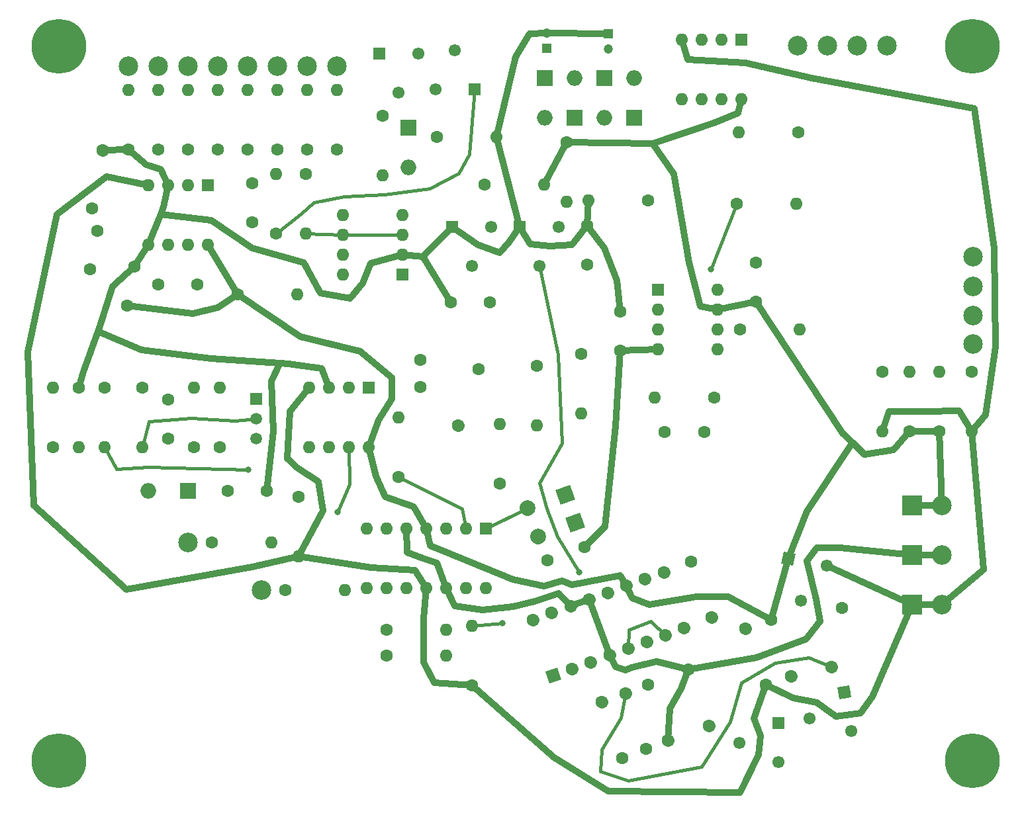
<source format=gbr>
G04 #@! TF.GenerationSoftware,KiCad,Pcbnew,(5.1.2-1)-1*
G04 #@! TF.CreationDate,2021-05-08T13:26:23-04:00*
G04 #@! TF.ProjectId,VCO - MFOS,56434f20-2d20-44d4-964f-532e6b696361,rev?*
G04 #@! TF.SameCoordinates,Original*
G04 #@! TF.FileFunction,Copper,L1,Top*
G04 #@! TF.FilePolarity,Positive*
%FSLAX46Y46*%
G04 Gerber Fmt 4.6, Leading zero omitted, Abs format (unit mm)*
G04 Created by KiCad (PCBNEW (5.1.2-1)-1) date 2021-05-08 13:26:23*
%MOMM*%
%LPD*%
G04 APERTURE LIST*
%ADD10O,1.600000X1.600000*%
%ADD11R,1.600000X1.600000*%
%ADD12C,1.550000*%
%ADD13C,0.100000*%
%ADD14R,1.550000X1.550000*%
%ADD15C,7.000000*%
%ADD16R,1.200000X1.200000*%
%ADD17C,1.200000*%
%ADD18C,2.499360*%
%ADD19R,2.499360X2.499360*%
%ADD20C,1.600000*%
%ADD21C,1.600000*%
%ADD22R,2.000000X2.000000*%
%ADD23O,2.000000X2.000000*%
%ADD24C,1.500000*%
%ADD25R,1.500000X1.500000*%
%ADD26C,2.000000*%
%ADD27C,2.000000*%
%ADD28C,0.800000*%
%ADD29C,0.406400*%
%ADD30C,0.812800*%
G04 APERTURE END LIST*
D10*
X57404000Y-69088000D03*
X49784000Y-61468000D03*
X54864000Y-69088000D03*
X52324000Y-61468000D03*
X52324000Y-69088000D03*
X54864000Y-61468000D03*
X49784000Y-69088000D03*
D11*
X57404000Y-61468000D03*
D12*
X113747082Y-103787260D03*
X118237000Y-100457000D03*
D13*
G36*
X117339197Y-99828351D02*
G01*
X118865649Y-99559197D01*
X119134803Y-101085649D01*
X117608351Y-101354803D01*
X117339197Y-99828351D01*
X117339197Y-99828351D01*
G37*
D12*
X119105241Y-105381039D03*
X104778800Y-106894000D03*
D14*
X109778800Y-104394000D03*
D12*
X109778800Y-109394000D03*
D15*
X134620000Y-17780000D03*
D16*
X80137000Y-18034000D03*
D17*
X80137000Y-16034000D03*
X88074500Y-18129000D03*
D16*
X88074500Y-16129000D03*
D18*
X41910000Y-20320000D03*
X45720000Y-20320000D03*
X53340000Y-20320000D03*
X30480000Y-20320000D03*
X26670000Y-20320000D03*
X34290000Y-81280000D03*
X43688000Y-87376000D03*
X123698000Y-17716500D03*
X34290000Y-20320000D03*
X134683500Y-55880000D03*
X134683500Y-44704000D03*
X134683500Y-48514000D03*
X134683500Y-52197000D03*
X119888000Y-17716500D03*
X112268000Y-17716500D03*
X116078000Y-17716500D03*
D19*
X126936500Y-82867500D03*
D18*
X130746500Y-82867500D03*
X130746500Y-76517500D03*
D19*
X126936500Y-76517500D03*
X126936500Y-89217500D03*
D18*
X130746500Y-89217500D03*
D20*
X123063000Y-59436000D03*
D10*
X123063000Y-67056000D03*
X134493000Y-67056000D03*
D20*
X134493000Y-59436000D03*
X126555500Y-67056000D03*
D10*
X126555500Y-59436000D03*
X130365500Y-59436000D03*
D20*
X130365500Y-67056000D03*
X48450500Y-75438000D03*
D10*
X48450500Y-83058000D03*
D20*
X116583601Y-97166235D03*
D21*
X116583601Y-97166235D02*
X116583601Y-97166235D01*
D20*
X117906800Y-89662000D03*
X95697193Y-106601458D03*
D21*
X95697193Y-106601458D02*
X95697193Y-106601458D01*
D20*
X93091000Y-99441000D03*
D10*
X44958000Y-81280000D03*
D20*
X37338000Y-81280000D03*
X92837000Y-107696000D03*
X90230807Y-100535542D03*
D21*
X90230807Y-100535542D02*
X90230807Y-100535542D01*
D20*
X59690000Y-92456000D03*
D10*
X67310000Y-92456000D03*
D20*
X89789000Y-108839000D03*
X87182807Y-101678542D03*
D21*
X87182807Y-101678542D02*
X87182807Y-101678542D01*
D20*
X46736000Y-87376000D03*
D10*
X54356000Y-87376000D03*
D20*
X98298000Y-97536000D03*
X100904193Y-104696458D03*
D21*
X100904193Y-104696458D02*
X100904193Y-104696458D01*
D20*
X98615500Y-83693000D03*
X101221693Y-90853458D03*
D21*
X101221693Y-90853458D02*
X101221693Y-90853458D01*
D10*
X84582000Y-64770000D03*
D20*
X84582000Y-57150000D03*
X104457500Y-37909500D03*
D10*
X112077500Y-37909500D03*
D20*
X101637359Y-62707520D03*
D10*
X94017359Y-62707520D03*
D20*
X112331500Y-28765500D03*
D10*
X104711500Y-28765500D03*
D20*
X104902000Y-53975000D03*
D10*
X112522000Y-53975000D03*
D20*
X44370000Y-74676000D03*
X39370000Y-74676000D03*
D11*
X105092500Y-16891000D03*
D10*
X97472500Y-24511000D03*
X102552500Y-16891000D03*
X100012500Y-24511000D03*
X100012500Y-16891000D03*
X102552500Y-24511000D03*
X97472500Y-16891000D03*
X105092500Y-24511000D03*
D20*
X95287360Y-67152522D03*
X100287360Y-67152522D03*
D22*
X34290000Y-74676000D03*
D23*
X29210000Y-74676000D03*
D22*
X83756501Y-26924000D03*
D23*
X83756501Y-21844000D03*
X79946500Y-26924000D03*
D22*
X79946500Y-21844000D03*
D23*
X87566502Y-26924001D03*
D22*
X87566502Y-21844001D03*
X91376500Y-26924000D03*
D23*
X91376500Y-21844000D03*
D20*
X89598500Y-56705500D03*
X89598500Y-51705500D03*
D24*
X43027600Y-65455800D03*
X43027600Y-67995800D03*
D25*
X43027600Y-62915800D03*
D20*
X27385841Y-46002961D03*
X26517600Y-50927000D03*
D12*
X112667978Y-88695559D03*
X111074200Y-83337400D03*
D13*
G36*
X110176397Y-83966049D02*
G01*
X110445551Y-82439597D01*
X111972003Y-82708751D01*
X111702849Y-84235203D01*
X110176397Y-83966049D01*
X110176397Y-83966049D01*
G37*
D12*
X115998239Y-84205641D03*
X79208000Y-45894000D03*
D14*
X76708000Y-40894000D03*
D12*
X81708000Y-40894000D03*
X70572000Y-45894000D03*
D14*
X68072000Y-40894000D03*
D12*
X73072000Y-40894000D03*
X61237500Y-23732500D03*
D14*
X58737500Y-18732500D03*
D12*
X63737500Y-18732500D03*
X68429500Y-18304500D03*
D14*
X70929500Y-23304500D03*
D12*
X65929500Y-23304500D03*
D20*
X30480000Y-30988000D03*
D10*
X30480000Y-23368000D03*
D15*
X134620000Y-109220000D03*
X17780000Y-109220000D03*
X17780000Y-17780000D03*
D18*
X49530000Y-20320000D03*
X38100000Y-20320000D03*
D10*
X54102000Y-46990000D03*
X61722000Y-39370000D03*
X54102000Y-44450000D03*
X61722000Y-41910000D03*
X54102000Y-41910000D03*
X61722000Y-44450000D03*
X54102000Y-39370000D03*
D11*
X61722000Y-46990000D03*
D20*
X38100000Y-30988000D03*
D10*
X38100000Y-23368000D03*
X34290000Y-23368000D03*
D20*
X34290000Y-30988000D03*
X41910000Y-30988000D03*
D10*
X41910000Y-23368000D03*
X45720000Y-23368000D03*
D20*
X45720000Y-30988000D03*
X49530000Y-30988000D03*
D10*
X49530000Y-23368000D03*
X53340000Y-23368000D03*
D20*
X53340000Y-30988000D03*
X45516800Y-41706800D03*
D10*
X45516800Y-34086800D03*
X73723500Y-29400500D03*
D20*
X66103500Y-29400500D03*
D10*
X26670000Y-23368000D03*
D20*
X26670000Y-30988000D03*
D10*
X59182000Y-34290000D03*
D20*
X59182000Y-26670000D03*
D10*
X49326800Y-41706800D03*
D20*
X49326800Y-34086800D03*
D10*
X48260000Y-49530000D03*
D20*
X40640000Y-49530000D03*
D10*
X38354000Y-61468000D03*
D20*
X38354000Y-69088000D03*
X22047200Y-38531800D03*
X23370399Y-31027565D03*
D21*
X23370399Y-31027565D02*
X23370399Y-31027565D01*
D10*
X28448000Y-69088000D03*
D20*
X28448000Y-61468000D03*
X17018000Y-69088000D03*
D10*
X17018000Y-61468000D03*
X23622000Y-69088000D03*
D20*
X23622000Y-61468000D03*
X20320000Y-61468000D03*
D10*
X20320000Y-69088000D03*
X35052000Y-61468000D03*
D20*
X35052000Y-69088000D03*
X61214000Y-72898000D03*
D10*
X61214000Y-65278000D03*
D20*
X72199500Y-35496500D03*
D10*
X79819500Y-35496500D03*
D20*
X68831307Y-66278958D03*
D21*
X68831307Y-66278958D02*
X68831307Y-66278958D01*
D20*
X71437500Y-59118500D03*
D10*
X78867000Y-66294000D03*
D20*
X78867000Y-58674000D03*
X74168000Y-73723500D03*
D10*
X74168000Y-66103500D03*
D20*
X82677000Y-30035500D03*
D10*
X82677000Y-37655500D03*
X70612000Y-91948000D03*
D20*
X70612000Y-99568000D03*
D10*
X67310000Y-95758000D03*
D20*
X59690000Y-95758000D03*
X108839000Y-91186000D03*
X111445193Y-98346458D03*
D21*
X111445193Y-98346458D02*
X111445193Y-98346458D01*
D20*
X105597807Y-92280542D03*
D21*
X105597807Y-92280542D02*
X105597807Y-92280542D01*
D20*
X108204000Y-99441000D03*
D10*
X85471000Y-37465000D03*
D20*
X93091000Y-37465000D03*
D11*
X36830000Y-35560000D03*
D10*
X29210000Y-43180000D03*
X34290000Y-35560000D03*
X31750000Y-43180000D03*
X31750000Y-35560000D03*
X34290000Y-43180000D03*
X29210000Y-35560000D03*
X36830000Y-43180000D03*
D11*
X72390000Y-79502000D03*
D10*
X57150000Y-87122000D03*
X69850000Y-79502000D03*
X59690000Y-87122000D03*
X67310000Y-79502000D03*
X62230000Y-87122000D03*
X64770000Y-79502000D03*
X64770000Y-87122000D03*
X62230000Y-79502000D03*
X67310000Y-87122000D03*
X59690000Y-79502000D03*
X69850000Y-87122000D03*
X57150000Y-79502000D03*
X72390000Y-87122000D03*
D20*
X81026000Y-98298000D03*
D13*
G36*
X82051370Y-98776138D02*
G01*
X80547862Y-99323370D01*
X80000630Y-97819862D01*
X81504138Y-97272630D01*
X82051370Y-98776138D01*
X82051370Y-98776138D01*
G37*
D20*
X95127541Y-85056424D03*
D21*
X95127541Y-85056424D02*
X95127541Y-85056424D01*
D20*
X83412819Y-97429269D03*
D21*
X83412819Y-97429269D02*
X83412819Y-97429269D01*
D20*
X92740722Y-85925155D03*
D21*
X92740722Y-85925155D02*
X92740722Y-85925155D01*
D20*
X85799639Y-96560538D03*
D21*
X85799639Y-96560538D02*
X85799639Y-96560538D01*
D20*
X90353903Y-86793886D03*
D21*
X90353903Y-86793886D02*
X90353903Y-86793886D01*
D20*
X88186458Y-95691807D03*
D21*
X88186458Y-95691807D02*
X88186458Y-95691807D01*
D20*
X87967084Y-87662618D03*
D21*
X87967084Y-87662618D02*
X87967084Y-87662618D01*
D20*
X90573277Y-94823075D03*
D21*
X90573277Y-94823075D02*
X90573277Y-94823075D01*
D20*
X85580264Y-88531349D03*
D21*
X85580264Y-88531349D02*
X85580264Y-88531349D01*
D20*
X92960096Y-93954344D03*
D21*
X92960096Y-93954344D02*
X92960096Y-93954344D01*
D20*
X83193445Y-89400080D03*
D21*
X83193445Y-89400080D02*
X83193445Y-89400080D01*
D20*
X95346916Y-93085613D03*
D21*
X95346916Y-93085613D02*
X95346916Y-93085613D01*
D20*
X80806626Y-90268811D03*
D21*
X80806626Y-90268811D02*
X80806626Y-90268811D01*
D20*
X97733735Y-92216882D03*
D21*
X97733735Y-92216882D02*
X97733735Y-92216882D01*
D20*
X78419807Y-91137542D03*
D21*
X78419807Y-91137542D02*
X78419807Y-91137542D01*
D11*
X94361000Y-48958500D03*
D10*
X101981000Y-56578500D03*
X94361000Y-51498500D03*
X101981000Y-54038500D03*
X94361000Y-54038500D03*
X101981000Y-51498500D03*
X94361000Y-56578500D03*
X101981000Y-48958500D03*
D20*
X42468800Y-40306000D03*
X42468800Y-35306000D03*
X30480000Y-48260000D03*
X35480000Y-48260000D03*
X64008000Y-57912000D03*
X64008000Y-61412000D03*
X22656800Y-41351200D03*
X21788559Y-46275239D03*
X31750000Y-67992000D03*
X31750000Y-62992000D03*
X80264000Y-83566000D03*
X84962463Y-81855899D03*
D23*
X62484000Y-33274000D03*
D22*
X62484000Y-28194000D03*
D26*
X82519734Y-75161752D03*
D13*
G36*
X83117406Y-73880039D02*
G01*
X83801447Y-75759424D01*
X81922062Y-76443465D01*
X81238021Y-74564080D01*
X83117406Y-73880039D01*
X83117406Y-73880039D01*
G37*
D26*
X77746095Y-76899214D03*
D27*
X77746095Y-76899214D02*
X77746095Y-76899214D01*
D26*
X79049192Y-80479443D03*
D27*
X79049192Y-80479443D02*
X79049192Y-80479443D01*
D26*
X83822831Y-78741981D03*
D13*
G36*
X84420503Y-77460268D02*
G01*
X85104544Y-79339653D01*
X83225159Y-80023694D01*
X82541118Y-78144309D01*
X84420503Y-77460268D01*
X84420503Y-77460268D01*
G37*
D20*
X72898000Y-50546000D03*
X67898000Y-50546000D03*
X85344000Y-45720000D03*
X85344000Y-40720000D03*
X106934000Y-45482500D03*
X106934000Y-50482500D03*
D28*
X53390800Y-77393800D03*
X84353400Y-85064600D03*
X74498200Y-91567000D03*
X41960800Y-71983600D03*
X101193600Y-46329600D03*
D29*
X70929500Y-23304500D02*
X70307200Y-31597600D01*
X70307200Y-31597600D02*
X68910200Y-34036000D01*
X68910200Y-34036000D02*
X65151000Y-35991800D01*
X65151000Y-35991800D02*
X59436000Y-36753800D01*
X59436000Y-36753800D02*
X54279800Y-36982400D01*
X54279800Y-36982400D02*
X50342800Y-37769800D01*
X50342800Y-37769800D02*
X48768000Y-39217600D01*
X48768000Y-39217600D02*
X45516800Y-41706800D01*
X28448000Y-69088000D02*
X29260800Y-65735200D01*
X29260800Y-65735200D02*
X34671000Y-65379600D01*
X34671000Y-65379600D02*
X40335200Y-65659000D01*
X40335200Y-65659000D02*
X43027600Y-65455800D01*
D30*
X26670000Y-30988000D02*
X28930600Y-32943800D01*
X28930600Y-32943800D02*
X30784800Y-33528000D01*
X30784800Y-33528000D02*
X31750000Y-35560000D01*
X31750000Y-35560000D02*
X31191200Y-38303200D01*
X29210000Y-43180000D02*
X27385841Y-46002961D01*
X27385841Y-46002961D02*
X24638000Y-48463200D01*
X24638000Y-48463200D02*
X23037800Y-53594000D01*
X20929600Y-59461400D02*
X20320000Y-61468000D01*
X22789381Y-54285381D02*
X28397200Y-56667400D01*
X23037800Y-53594000D02*
X22789381Y-54285381D01*
X22789381Y-54285381D02*
X20929600Y-59461400D01*
X28397200Y-56667400D02*
X37211000Y-57759600D01*
X62230000Y-79502000D02*
X62280800Y-82524600D01*
X62280800Y-82524600D02*
X64312800Y-83286600D01*
X64312800Y-83286600D02*
X66116200Y-83896200D01*
X66116200Y-83896200D02*
X66649600Y-85267800D01*
X66649600Y-85267800D02*
X67310000Y-87122000D01*
X83193445Y-89400080D02*
X85580264Y-88531349D01*
X88186458Y-95691807D02*
X85580264Y-88531349D01*
X95697193Y-106601458D02*
X95885000Y-102489000D01*
X95885000Y-102489000D02*
X97383600Y-99949000D01*
X97383600Y-99949000D02*
X98298000Y-97536000D01*
X98298000Y-97536000D02*
X94234000Y-96494600D01*
X94234000Y-96494600D02*
X90982800Y-97231200D01*
X90288534Y-97578334D02*
X88970793Y-97185807D01*
X88970793Y-97185807D02*
X88186458Y-95691807D01*
X90982800Y-97231200D02*
X90288534Y-97578334D01*
X130746500Y-82867500D02*
X126936500Y-82867500D01*
X67898000Y-50546000D02*
X64363600Y-44729400D01*
X64363600Y-44729400D02*
X61722000Y-44450000D01*
X64363600Y-44729400D02*
X68072000Y-40894000D01*
X76708000Y-40894000D02*
X75387200Y-42824400D01*
X75387200Y-42824400D02*
X74142600Y-44170600D01*
X74142600Y-44170600D02*
X71348600Y-43180000D01*
X71348600Y-43180000D02*
X68072000Y-40894000D01*
X76708000Y-40894000D02*
X73723500Y-29400500D01*
X76708000Y-40894000D02*
X78028800Y-43078400D01*
X78028800Y-43078400D02*
X80568800Y-43357800D01*
X80568800Y-43357800D02*
X83362800Y-43180000D01*
X83362800Y-43180000D02*
X85344000Y-40720000D01*
X85344000Y-40720000D02*
X85471000Y-37465000D01*
X85344000Y-40720000D02*
X87553800Y-43561000D01*
X87553800Y-43561000D02*
X89154000Y-47701200D01*
X89154000Y-47701200D02*
X89598500Y-51705500D01*
X73723500Y-29400500D02*
X76174600Y-19100800D01*
X76174600Y-19100800D02*
X78003400Y-16179800D01*
X78003400Y-16179800D02*
X80137000Y-16034000D01*
X80137000Y-16034000D02*
X88074500Y-16129000D01*
X126936500Y-82867500D02*
X117703600Y-81915000D01*
X117703600Y-81915000D02*
X114757200Y-81915000D01*
X114757200Y-81915000D02*
X113487200Y-83616800D01*
X114604800Y-88544400D02*
X115112800Y-91338400D01*
X115112800Y-91338400D02*
X113334800Y-93599000D01*
X113334800Y-93599000D02*
X107010200Y-95986600D01*
X107010200Y-95986600D02*
X98298000Y-97536000D01*
X47193200Y-58394600D02*
X51384200Y-59029600D01*
X51384200Y-59029600D02*
X52324000Y-61468000D01*
X44370000Y-74676000D02*
X45212000Y-67005200D01*
X45212000Y-67005200D02*
X44958000Y-60579000D01*
X44958000Y-60579000D02*
X46070799Y-58323201D01*
X46070799Y-58323201D02*
X47193200Y-58394600D01*
X37211000Y-57759600D02*
X46070799Y-58323201D01*
X61722000Y-44450000D02*
X57658000Y-45516800D01*
X57658000Y-45516800D02*
X56642000Y-48107600D01*
X56642000Y-48107600D02*
X55067200Y-50063400D01*
X55067200Y-50063400D02*
X51257200Y-49352200D01*
X51257200Y-49352200D02*
X49098200Y-45466000D01*
X49098200Y-45466000D02*
X42468800Y-43586400D01*
X42468800Y-43586400D02*
X37287200Y-40055800D01*
X37287200Y-40055800D02*
X30794960Y-39278560D01*
X30794960Y-39278560D02*
X29210000Y-43180000D01*
X31191200Y-38303200D02*
X30794960Y-39278560D01*
X83193445Y-89400080D02*
X81686400Y-87782400D01*
X81686400Y-87782400D02*
X78638400Y-88798400D01*
X78638400Y-88798400D02*
X75895200Y-89458800D01*
X75895200Y-89458800D02*
X71932800Y-89941400D01*
X71932800Y-89941400D02*
X68427600Y-89382600D01*
X68427600Y-89382600D02*
X67310000Y-87122000D01*
X113487200Y-83616800D02*
X114604800Y-88544400D01*
X23370399Y-31027565D02*
X26670000Y-30988000D01*
D29*
X54864000Y-69088000D02*
X54914800Y-73787000D01*
X54914800Y-73787000D02*
X53390800Y-77393800D01*
X53390800Y-77393800D02*
X53390800Y-77393800D01*
D30*
X130746500Y-76517500D02*
X126936500Y-76517500D01*
X130746500Y-76517500D02*
X130365500Y-67056000D01*
X130365500Y-67056000D02*
X126555500Y-67056000D01*
X126555500Y-67056000D02*
X124561600Y-69418200D01*
X124561600Y-69418200D02*
X120802400Y-70002400D01*
X118059200Y-67259200D02*
X106934000Y-50482500D01*
X101981000Y-51498500D02*
X106934000Y-50482500D01*
X79819500Y-35496500D02*
X82677000Y-30035500D01*
X82677000Y-30035500D02*
X93726000Y-30226000D01*
X93726000Y-30226000D02*
X101523800Y-27584400D01*
X101523800Y-27584400D02*
X104622600Y-26314400D01*
X104622600Y-26314400D02*
X105092500Y-24511000D01*
X101981000Y-51498500D02*
X99796600Y-51003200D01*
X99796600Y-51003200D02*
X98374200Y-45415200D01*
X98374200Y-45415200D02*
X96418400Y-34112200D01*
X96418400Y-34112200D02*
X93726000Y-30226000D01*
X113461800Y-77292200D02*
X119253000Y-68453000D01*
X119253000Y-68453000D02*
X118059200Y-67259200D01*
X120802400Y-70002400D02*
X119253000Y-68453000D01*
X108839000Y-91186000D02*
X103403400Y-88239600D01*
X103403400Y-88239600D02*
X99314000Y-88188800D01*
X99314000Y-88188800D02*
X93294200Y-89230200D01*
X93294200Y-89230200D02*
X91084400Y-88417400D01*
X91084400Y-88417400D02*
X90353903Y-86793886D01*
X79806800Y-86868000D02*
X75819000Y-86029800D01*
X75819000Y-86029800D02*
X66954400Y-82346800D01*
X66954400Y-82346800D02*
X65278000Y-81711800D01*
X65278000Y-81711800D02*
X64770000Y-79502000D01*
X64770000Y-79502000D02*
X63119000Y-76657200D01*
X63119000Y-76657200D02*
X59486800Y-75412600D01*
X59486800Y-75412600D02*
X58343800Y-72821800D01*
X58343800Y-72821800D02*
X57404000Y-69088000D01*
X26517600Y-50927000D02*
X34848800Y-51993800D01*
X34848800Y-51993800D02*
X38100000Y-51206400D01*
X38100000Y-51206400D02*
X40640000Y-49530000D01*
X36830000Y-43180000D02*
X40640000Y-49530000D01*
X40640000Y-49530000D02*
X48666400Y-54965600D01*
X48666400Y-54965600D02*
X56311800Y-56819800D01*
X56311800Y-56819800D02*
X60350400Y-60172600D01*
X60350400Y-60172600D02*
X60350400Y-62890400D01*
X60350400Y-62890400D02*
X58674000Y-65608200D01*
X58674000Y-65608200D02*
X57404000Y-69088000D01*
X79806800Y-86868000D02*
X82118200Y-86156800D01*
X82118200Y-86156800D02*
X83413600Y-86715600D01*
X83413600Y-86715600D02*
X89571899Y-85482499D01*
X90353903Y-86793886D02*
X89571899Y-85482499D01*
X111074200Y-83337400D02*
X113461800Y-77292200D01*
X108839000Y-91186000D02*
X111074200Y-83337400D01*
X130746500Y-89217500D02*
X126936500Y-89217500D01*
X130746500Y-89217500D02*
X136017000Y-84709000D01*
X136017000Y-84709000D02*
X134493000Y-67056000D01*
X134493000Y-67056000D02*
X132892800Y-64439800D01*
X132892800Y-64439800D02*
X128397000Y-64516000D01*
X128397000Y-64516000D02*
X123977400Y-64516000D01*
X123977400Y-64516000D02*
X123063000Y-67056000D01*
X126936500Y-89217500D02*
X121869200Y-100990400D01*
X121869200Y-100990400D02*
X120319800Y-103098600D01*
X120319800Y-103098600D02*
X117144800Y-103530400D01*
X117144800Y-103530400D02*
X114681000Y-101777800D01*
X114681000Y-101777800D02*
X111658400Y-101193600D01*
X111658400Y-101193600D02*
X108204000Y-99441000D01*
X94361000Y-56578500D02*
X89598500Y-56705500D01*
X64770000Y-87122000D02*
X64439800Y-90982800D01*
X64439800Y-90982800D02*
X64414400Y-96621600D01*
X64414400Y-96621600D02*
X65811400Y-99187000D01*
X65811400Y-99187000D02*
X70612000Y-99568000D01*
X64770000Y-87122000D02*
X63296800Y-84810600D01*
X63296800Y-84810600D02*
X57759600Y-84480400D01*
X57759600Y-84480400D02*
X48450500Y-83058000D01*
X48450500Y-83058000D02*
X51562000Y-77241400D01*
X51562000Y-77241400D02*
X50977800Y-73507600D01*
X50977800Y-73507600D02*
X48234600Y-71704200D01*
X48234600Y-71704200D02*
X47015400Y-70485000D01*
X47015400Y-70485000D02*
X47320200Y-64516000D01*
X47320200Y-64516000D02*
X49784000Y-61468000D01*
X70612000Y-99568000D02*
X81127600Y-108813600D01*
X104902000Y-113258600D02*
X107238800Y-108458000D01*
X107238800Y-108458000D02*
X107543600Y-106019600D01*
X107543600Y-106019600D02*
X106654600Y-103809800D01*
X106654600Y-103809800D02*
X108204000Y-99441000D01*
X84962463Y-81855899D02*
X87655400Y-79248000D01*
X87655400Y-79248000D02*
X89001600Y-66370200D01*
X89001600Y-66370200D02*
X89598500Y-56705500D01*
X97472500Y-16891000D02*
X98196400Y-19481800D01*
X98196400Y-19481800D02*
X105613200Y-19862800D01*
X105613200Y-19862800D02*
X114046000Y-21818600D01*
X114046000Y-21818600D02*
X134874000Y-25755600D01*
X134874000Y-25755600D02*
X137388600Y-43586400D01*
X137388600Y-43586400D02*
X137566400Y-56210200D01*
X137566400Y-56210200D02*
X136321800Y-64922400D01*
X136321800Y-64922400D02*
X134493000Y-67056000D01*
X29210000Y-35560000D02*
X23901400Y-34467800D01*
X23901400Y-34467800D02*
X17526000Y-39268400D01*
X17526000Y-39268400D02*
X13766800Y-56921400D01*
X13766800Y-56921400D02*
X14579600Y-76530200D01*
X14579600Y-76530200D02*
X26390600Y-87249000D01*
X26390600Y-87249000D02*
X42519600Y-84378800D01*
X42519600Y-84378800D02*
X48450500Y-83058000D01*
X126936500Y-89217500D02*
X115998239Y-84205641D01*
X104902000Y-113258600D02*
X88061800Y-113080800D01*
X88061800Y-113080800D02*
X81127600Y-108813600D01*
D29*
X79208000Y-45894000D02*
X81635600Y-57226200D01*
X81635600Y-57226200D02*
X82143600Y-68529200D01*
X82143600Y-68529200D02*
X79248000Y-73609200D01*
X79248000Y-73609200D02*
X80137000Y-76911200D01*
X84353400Y-85064600D02*
X81538927Y-80513073D01*
X80137000Y-76911200D02*
X81538927Y-80513073D01*
X70612000Y-91948000D02*
X74498200Y-91567000D01*
X74498200Y-91567000D02*
X74498200Y-91567000D01*
X77746095Y-76899214D02*
X72390000Y-79502000D01*
X61722000Y-41910000D02*
X54102000Y-41910000D01*
X49326800Y-41706800D02*
X54102000Y-41910000D01*
X23622000Y-69088000D02*
X25120600Y-71831200D01*
X25120600Y-71831200D02*
X29210000Y-71602600D01*
X29210000Y-71602600D02*
X41960800Y-71983600D01*
X41960800Y-71983600D02*
X41960800Y-71983600D01*
X69850000Y-79502000D02*
X69342000Y-76962000D01*
X69342000Y-76962000D02*
X61214000Y-72898000D01*
X90230807Y-100535542D02*
X89687400Y-103682800D01*
X89687400Y-103682800D02*
X87172800Y-107797600D01*
X87172800Y-107797600D02*
X87020400Y-110591600D01*
X87020400Y-110591600D02*
X90627200Y-111785400D01*
X90627200Y-111785400D02*
X100025200Y-109956600D01*
X100025200Y-109956600D02*
X103606600Y-104216200D01*
X103606600Y-104216200D02*
X105105200Y-99237800D01*
X105105200Y-99237800D02*
X109397800Y-96647000D01*
X109397800Y-96647000D02*
X113741200Y-95986600D01*
X113741200Y-95986600D02*
X116583601Y-97166235D01*
X90573277Y-94823075D02*
X90703400Y-92430600D01*
X90703400Y-92430600D02*
X93472000Y-91363800D01*
X93472000Y-91363800D02*
X95346916Y-93085613D01*
X101193600Y-46329600D02*
X104457500Y-37909500D01*
M02*

</source>
